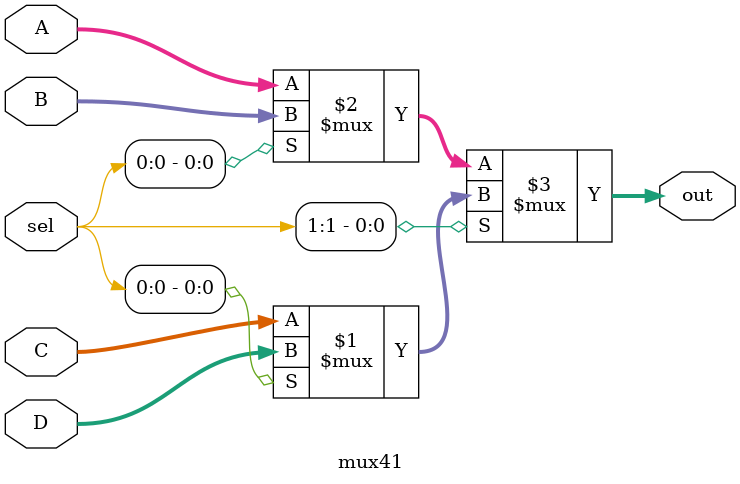
<source format=v>
module mux41 #(parameter WIDTH=4) (
    input [WIDTH-1:0] A, B, C, D,
    input [1:0] sel,
    output [WIDTH-1:0] out
);

    assign out = sel[1] ? (sel[0] ? D : C) : (sel[0] ? B : A);

endmodule
</source>
